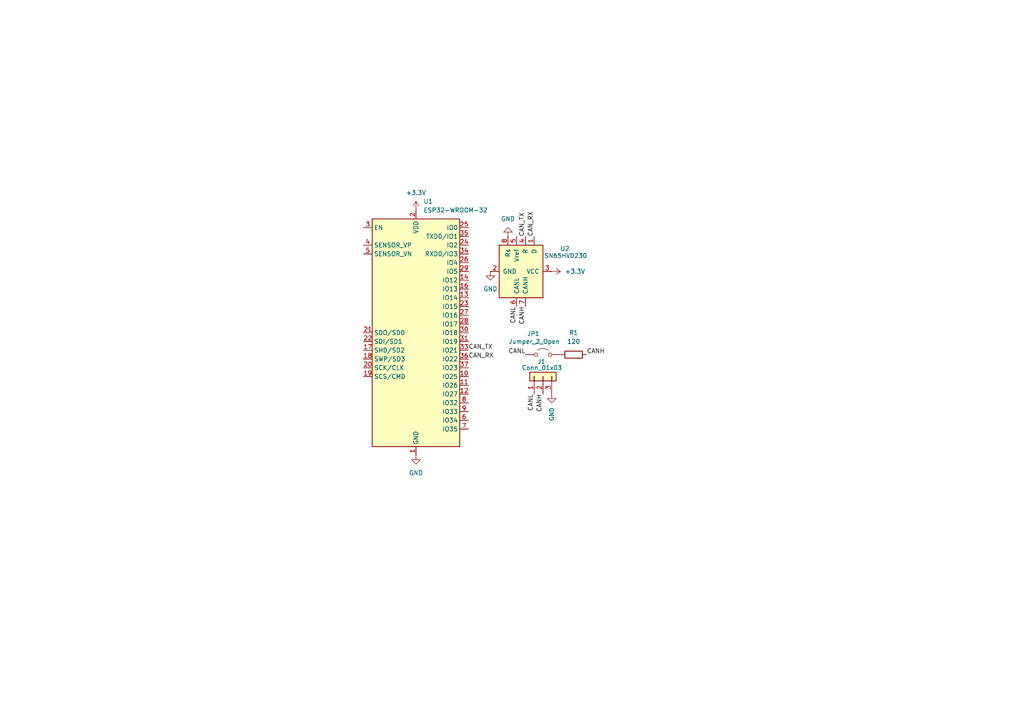
<source format=kicad_sch>
(kicad_sch
	(version 20250114)
	(generator "eeschema")
	(generator_version "9.0")
	(uuid "2184dc9b-07bc-4387-bce8-53af314e0b4f")
	(paper "A4")
	(lib_symbols
		(symbol "Connector_Generic:Conn_01x03"
			(pin_names
				(offset 1.016)
				(hide yes)
			)
			(exclude_from_sim no)
			(in_bom yes)
			(on_board yes)
			(property "Reference" "J"
				(at 0 5.08 0)
				(effects
					(font
						(size 1.27 1.27)
					)
				)
			)
			(property "Value" "Conn_01x03"
				(at 0 -5.08 0)
				(effects
					(font
						(size 1.27 1.27)
					)
				)
			)
			(property "Footprint" ""
				(at 0 0 0)
				(effects
					(font
						(size 1.27 1.27)
					)
					(hide yes)
				)
			)
			(property "Datasheet" "~"
				(at 0 0 0)
				(effects
					(font
						(size 1.27 1.27)
					)
					(hide yes)
				)
			)
			(property "Description" "Generic connector, single row, 01x03, script generated (kicad-library-utils/schlib/autogen/connector/)"
				(at 0 0 0)
				(effects
					(font
						(size 1.27 1.27)
					)
					(hide yes)
				)
			)
			(property "ki_keywords" "connector"
				(at 0 0 0)
				(effects
					(font
						(size 1.27 1.27)
					)
					(hide yes)
				)
			)
			(property "ki_fp_filters" "Connector*:*_1x??_*"
				(at 0 0 0)
				(effects
					(font
						(size 1.27 1.27)
					)
					(hide yes)
				)
			)
			(symbol "Conn_01x03_1_1"
				(rectangle
					(start -1.27 3.81)
					(end 1.27 -3.81)
					(stroke
						(width 0.254)
						(type default)
					)
					(fill
						(type background)
					)
				)
				(rectangle
					(start -1.27 2.667)
					(end 0 2.413)
					(stroke
						(width 0.1524)
						(type default)
					)
					(fill
						(type none)
					)
				)
				(rectangle
					(start -1.27 0.127)
					(end 0 -0.127)
					(stroke
						(width 0.1524)
						(type default)
					)
					(fill
						(type none)
					)
				)
				(rectangle
					(start -1.27 -2.413)
					(end 0 -2.667)
					(stroke
						(width 0.1524)
						(type default)
					)
					(fill
						(type none)
					)
				)
				(pin passive line
					(at -5.08 2.54 0)
					(length 3.81)
					(name "Pin_1"
						(effects
							(font
								(size 1.27 1.27)
							)
						)
					)
					(number "1"
						(effects
							(font
								(size 1.27 1.27)
							)
						)
					)
				)
				(pin passive line
					(at -5.08 0 0)
					(length 3.81)
					(name "Pin_2"
						(effects
							(font
								(size 1.27 1.27)
							)
						)
					)
					(number "2"
						(effects
							(font
								(size 1.27 1.27)
							)
						)
					)
				)
				(pin passive line
					(at -5.08 -2.54 0)
					(length 3.81)
					(name "Pin_3"
						(effects
							(font
								(size 1.27 1.27)
							)
						)
					)
					(number "3"
						(effects
							(font
								(size 1.27 1.27)
							)
						)
					)
				)
			)
			(embedded_fonts no)
		)
		(symbol "Device:R"
			(pin_numbers
				(hide yes)
			)
			(pin_names
				(offset 0)
			)
			(exclude_from_sim no)
			(in_bom yes)
			(on_board yes)
			(property "Reference" "R"
				(at 2.032 0 90)
				(effects
					(font
						(size 1.27 1.27)
					)
				)
			)
			(property "Value" "R"
				(at 0 0 90)
				(effects
					(font
						(size 1.27 1.27)
					)
				)
			)
			(property "Footprint" ""
				(at -1.778 0 90)
				(effects
					(font
						(size 1.27 1.27)
					)
					(hide yes)
				)
			)
			(property "Datasheet" "~"
				(at 0 0 0)
				(effects
					(font
						(size 1.27 1.27)
					)
					(hide yes)
				)
			)
			(property "Description" "Resistor"
				(at 0 0 0)
				(effects
					(font
						(size 1.27 1.27)
					)
					(hide yes)
				)
			)
			(property "ki_keywords" "R res resistor"
				(at 0 0 0)
				(effects
					(font
						(size 1.27 1.27)
					)
					(hide yes)
				)
			)
			(property "ki_fp_filters" "R_*"
				(at 0 0 0)
				(effects
					(font
						(size 1.27 1.27)
					)
					(hide yes)
				)
			)
			(symbol "R_0_1"
				(rectangle
					(start -1.016 -2.54)
					(end 1.016 2.54)
					(stroke
						(width 0.254)
						(type default)
					)
					(fill
						(type none)
					)
				)
			)
			(symbol "R_1_1"
				(pin passive line
					(at 0 3.81 270)
					(length 1.27)
					(name "~"
						(effects
							(font
								(size 1.27 1.27)
							)
						)
					)
					(number "1"
						(effects
							(font
								(size 1.27 1.27)
							)
						)
					)
				)
				(pin passive line
					(at 0 -3.81 90)
					(length 1.27)
					(name "~"
						(effects
							(font
								(size 1.27 1.27)
							)
						)
					)
					(number "2"
						(effects
							(font
								(size 1.27 1.27)
							)
						)
					)
				)
			)
			(embedded_fonts no)
		)
		(symbol "Interface_CAN_LIN:SN65HVD230"
			(pin_names
				(offset 1.016)
			)
			(exclude_from_sim no)
			(in_bom yes)
			(on_board yes)
			(property "Reference" "U"
				(at -2.54 10.16 0)
				(effects
					(font
						(size 1.27 1.27)
					)
					(justify right)
				)
			)
			(property "Value" "SN65HVD230"
				(at -2.54 7.62 0)
				(effects
					(font
						(size 1.27 1.27)
					)
					(justify right)
				)
			)
			(property "Footprint" "Package_SO:SOIC-8_3.9x4.9mm_P1.27mm"
				(at 0 -12.7 0)
				(effects
					(font
						(size 1.27 1.27)
					)
					(hide yes)
				)
			)
			(property "Datasheet" "http://www.ti.com/lit/ds/symlink/sn65hvd230.pdf"
				(at -2.54 10.16 0)
				(effects
					(font
						(size 1.27 1.27)
					)
					(hide yes)
				)
			)
			(property "Description" "CAN Bus Transceivers, 3.3V, 1Mbps, Low-Power capabilities, SOIC-8"
				(at 0 0 0)
				(effects
					(font
						(size 1.27 1.27)
					)
					(hide yes)
				)
			)
			(property "ki_keywords" "can transeiver ti low-power"
				(at 0 0 0)
				(effects
					(font
						(size 1.27 1.27)
					)
					(hide yes)
				)
			)
			(property "ki_fp_filters" "SOIC*3.9x4.9mm*P1.27mm*"
				(at 0 0 0)
				(effects
					(font
						(size 1.27 1.27)
					)
					(hide yes)
				)
			)
			(symbol "SN65HVD230_0_1"
				(rectangle
					(start -7.62 5.08)
					(end 7.62 -7.62)
					(stroke
						(width 0.254)
						(type default)
					)
					(fill
						(type background)
					)
				)
			)
			(symbol "SN65HVD230_1_1"
				(pin input line
					(at -10.16 2.54 0)
					(length 2.54)
					(name "D"
						(effects
							(font
								(size 1.27 1.27)
							)
						)
					)
					(number "1"
						(effects
							(font
								(size 1.27 1.27)
							)
						)
					)
				)
				(pin output line
					(at -10.16 0 0)
					(length 2.54)
					(name "R"
						(effects
							(font
								(size 1.27 1.27)
							)
						)
					)
					(number "4"
						(effects
							(font
								(size 1.27 1.27)
							)
						)
					)
				)
				(pin output line
					(at -10.16 -2.54 0)
					(length 2.54)
					(name "Vref"
						(effects
							(font
								(size 1.27 1.27)
							)
						)
					)
					(number "5"
						(effects
							(font
								(size 1.27 1.27)
							)
						)
					)
				)
				(pin input line
					(at -10.16 -5.08 0)
					(length 2.54)
					(name "Rs"
						(effects
							(font
								(size 1.27 1.27)
							)
						)
					)
					(number "8"
						(effects
							(font
								(size 1.27 1.27)
							)
						)
					)
				)
				(pin power_in line
					(at 0 7.62 270)
					(length 2.54)
					(name "VCC"
						(effects
							(font
								(size 1.27 1.27)
							)
						)
					)
					(number "3"
						(effects
							(font
								(size 1.27 1.27)
							)
						)
					)
				)
				(pin power_in line
					(at 0 -10.16 90)
					(length 2.54)
					(name "GND"
						(effects
							(font
								(size 1.27 1.27)
							)
						)
					)
					(number "2"
						(effects
							(font
								(size 1.27 1.27)
							)
						)
					)
				)
				(pin bidirectional line
					(at 10.16 0 180)
					(length 2.54)
					(name "CANH"
						(effects
							(font
								(size 1.27 1.27)
							)
						)
					)
					(number "7"
						(effects
							(font
								(size 1.27 1.27)
							)
						)
					)
				)
				(pin bidirectional line
					(at 10.16 -2.54 180)
					(length 2.54)
					(name "CANL"
						(effects
							(font
								(size 1.27 1.27)
							)
						)
					)
					(number "6"
						(effects
							(font
								(size 1.27 1.27)
							)
						)
					)
				)
			)
			(embedded_fonts no)
		)
		(symbol "Jumper:Jumper_2_Open"
			(pin_numbers
				(hide yes)
			)
			(pin_names
				(offset 0)
				(hide yes)
			)
			(exclude_from_sim no)
			(in_bom yes)
			(on_board yes)
			(property "Reference" "JP"
				(at 0 2.794 0)
				(effects
					(font
						(size 1.27 1.27)
					)
				)
			)
			(property "Value" "Jumper_2_Open"
				(at 0 -2.286 0)
				(effects
					(font
						(size 1.27 1.27)
					)
				)
			)
			(property "Footprint" ""
				(at 0 0 0)
				(effects
					(font
						(size 1.27 1.27)
					)
					(hide yes)
				)
			)
			(property "Datasheet" "~"
				(at 0 0 0)
				(effects
					(font
						(size 1.27 1.27)
					)
					(hide yes)
				)
			)
			(property "Description" "Jumper, 2-pole, open"
				(at 0 0 0)
				(effects
					(font
						(size 1.27 1.27)
					)
					(hide yes)
				)
			)
			(property "ki_keywords" "Jumper SPST"
				(at 0 0 0)
				(effects
					(font
						(size 1.27 1.27)
					)
					(hide yes)
				)
			)
			(property "ki_fp_filters" "Jumper* TestPoint*2Pads* TestPoint*Bridge*"
				(at 0 0 0)
				(effects
					(font
						(size 1.27 1.27)
					)
					(hide yes)
				)
			)
			(symbol "Jumper_2_Open_0_0"
				(circle
					(center -2.032 0)
					(radius 0.508)
					(stroke
						(width 0)
						(type default)
					)
					(fill
						(type none)
					)
				)
				(circle
					(center 2.032 0)
					(radius 0.508)
					(stroke
						(width 0)
						(type default)
					)
					(fill
						(type none)
					)
				)
			)
			(symbol "Jumper_2_Open_0_1"
				(arc
					(start -1.524 1.27)
					(mid 0 1.778)
					(end 1.524 1.27)
					(stroke
						(width 0)
						(type default)
					)
					(fill
						(type none)
					)
				)
			)
			(symbol "Jumper_2_Open_1_1"
				(pin passive line
					(at -5.08 0 0)
					(length 2.54)
					(name "A"
						(effects
							(font
								(size 1.27 1.27)
							)
						)
					)
					(number "1"
						(effects
							(font
								(size 1.27 1.27)
							)
						)
					)
				)
				(pin passive line
					(at 5.08 0 180)
					(length 2.54)
					(name "B"
						(effects
							(font
								(size 1.27 1.27)
							)
						)
					)
					(number "2"
						(effects
							(font
								(size 1.27 1.27)
							)
						)
					)
				)
			)
			(embedded_fonts no)
		)
		(symbol "RF_Module:ESP32-WROOM-32"
			(exclude_from_sim no)
			(in_bom yes)
			(on_board yes)
			(property "Reference" "U"
				(at -12.7 34.29 0)
				(effects
					(font
						(size 1.27 1.27)
					)
					(justify left)
				)
			)
			(property "Value" "ESP32-WROOM-32"
				(at 1.27 34.29 0)
				(effects
					(font
						(size 1.27 1.27)
					)
					(justify left)
				)
			)
			(property "Footprint" "RF_Module:ESP32-WROOM-32"
				(at 0 -38.1 0)
				(effects
					(font
						(size 1.27 1.27)
					)
					(hide yes)
				)
			)
			(property "Datasheet" "https://www.espressif.com/sites/default/files/documentation/esp32-wroom-32_datasheet_en.pdf"
				(at -7.62 1.27 0)
				(effects
					(font
						(size 1.27 1.27)
					)
					(hide yes)
				)
			)
			(property "Description" "RF Module, ESP32-D0WDQ6 SoC, Wi-Fi 802.11b/g/n, Bluetooth, BLE, 32-bit, 2.7-3.6V, onboard antenna, SMD"
				(at 0 0 0)
				(effects
					(font
						(size 1.27 1.27)
					)
					(hide yes)
				)
			)
			(property "ki_keywords" "RF Radio BT ESP ESP32 Espressif onboard PCB antenna"
				(at 0 0 0)
				(effects
					(font
						(size 1.27 1.27)
					)
					(hide yes)
				)
			)
			(property "ki_fp_filters" "ESP32?WROOM?32*"
				(at 0 0 0)
				(effects
					(font
						(size 1.27 1.27)
					)
					(hide yes)
				)
			)
			(symbol "ESP32-WROOM-32_0_1"
				(rectangle
					(start -12.7 33.02)
					(end 12.7 -33.02)
					(stroke
						(width 0.254)
						(type default)
					)
					(fill
						(type background)
					)
				)
			)
			(symbol "ESP32-WROOM-32_1_1"
				(pin input line
					(at -15.24 30.48 0)
					(length 2.54)
					(name "EN"
						(effects
							(font
								(size 1.27 1.27)
							)
						)
					)
					(number "3"
						(effects
							(font
								(size 1.27 1.27)
							)
						)
					)
				)
				(pin input line
					(at -15.24 25.4 0)
					(length 2.54)
					(name "SENSOR_VP"
						(effects
							(font
								(size 1.27 1.27)
							)
						)
					)
					(number "4"
						(effects
							(font
								(size 1.27 1.27)
							)
						)
					)
				)
				(pin input line
					(at -15.24 22.86 0)
					(length 2.54)
					(name "SENSOR_VN"
						(effects
							(font
								(size 1.27 1.27)
							)
						)
					)
					(number "5"
						(effects
							(font
								(size 1.27 1.27)
							)
						)
					)
				)
				(pin bidirectional line
					(at -15.24 0 0)
					(length 2.54)
					(name "SDO/SD0"
						(effects
							(font
								(size 1.27 1.27)
							)
						)
					)
					(number "21"
						(effects
							(font
								(size 1.27 1.27)
							)
						)
					)
				)
				(pin bidirectional line
					(at -15.24 -2.54 0)
					(length 2.54)
					(name "SDI/SD1"
						(effects
							(font
								(size 1.27 1.27)
							)
						)
					)
					(number "22"
						(effects
							(font
								(size 1.27 1.27)
							)
						)
					)
				)
				(pin bidirectional line
					(at -15.24 -5.08 0)
					(length 2.54)
					(name "SHD/SD2"
						(effects
							(font
								(size 1.27 1.27)
							)
						)
					)
					(number "17"
						(effects
							(font
								(size 1.27 1.27)
							)
						)
					)
				)
				(pin bidirectional line
					(at -15.24 -7.62 0)
					(length 2.54)
					(name "SWP/SD3"
						(effects
							(font
								(size 1.27 1.27)
							)
						)
					)
					(number "18"
						(effects
							(font
								(size 1.27 1.27)
							)
						)
					)
				)
				(pin bidirectional line
					(at -15.24 -10.16 0)
					(length 2.54)
					(name "SCK/CLK"
						(effects
							(font
								(size 1.27 1.27)
							)
						)
					)
					(number "20"
						(effects
							(font
								(size 1.27 1.27)
							)
						)
					)
				)
				(pin bidirectional line
					(at -15.24 -12.7 0)
					(length 2.54)
					(name "SCS/CMD"
						(effects
							(font
								(size 1.27 1.27)
							)
						)
					)
					(number "19"
						(effects
							(font
								(size 1.27 1.27)
							)
						)
					)
				)
				(pin no_connect line
					(at -12.7 -27.94 0)
					(length 2.54)
					(hide yes)
					(name "NC"
						(effects
							(font
								(size 1.27 1.27)
							)
						)
					)
					(number "32"
						(effects
							(font
								(size 1.27 1.27)
							)
						)
					)
				)
				(pin power_in line
					(at 0 35.56 270)
					(length 2.54)
					(name "VDD"
						(effects
							(font
								(size 1.27 1.27)
							)
						)
					)
					(number "2"
						(effects
							(font
								(size 1.27 1.27)
							)
						)
					)
				)
				(pin power_in line
					(at 0 -35.56 90)
					(length 2.54)
					(name "GND"
						(effects
							(font
								(size 1.27 1.27)
							)
						)
					)
					(number "1"
						(effects
							(font
								(size 1.27 1.27)
							)
						)
					)
				)
				(pin passive line
					(at 0 -35.56 90)
					(length 2.54)
					(hide yes)
					(name "GND"
						(effects
							(font
								(size 1.27 1.27)
							)
						)
					)
					(number "15"
						(effects
							(font
								(size 1.27 1.27)
							)
						)
					)
				)
				(pin passive line
					(at 0 -35.56 90)
					(length 2.54)
					(hide yes)
					(name "GND"
						(effects
							(font
								(size 1.27 1.27)
							)
						)
					)
					(number "38"
						(effects
							(font
								(size 1.27 1.27)
							)
						)
					)
				)
				(pin passive line
					(at 0 -35.56 90)
					(length 2.54)
					(hide yes)
					(name "GND"
						(effects
							(font
								(size 1.27 1.27)
							)
						)
					)
					(number "39"
						(effects
							(font
								(size 1.27 1.27)
							)
						)
					)
				)
				(pin bidirectional line
					(at 15.24 30.48 180)
					(length 2.54)
					(name "IO0"
						(effects
							(font
								(size 1.27 1.27)
							)
						)
					)
					(number "25"
						(effects
							(font
								(size 1.27 1.27)
							)
						)
					)
				)
				(pin bidirectional line
					(at 15.24 27.94 180)
					(length 2.54)
					(name "TXD0/IO1"
						(effects
							(font
								(size 1.27 1.27)
							)
						)
					)
					(number "35"
						(effects
							(font
								(size 1.27 1.27)
							)
						)
					)
				)
				(pin bidirectional line
					(at 15.24 25.4 180)
					(length 2.54)
					(name "IO2"
						(effects
							(font
								(size 1.27 1.27)
							)
						)
					)
					(number "24"
						(effects
							(font
								(size 1.27 1.27)
							)
						)
					)
				)
				(pin bidirectional line
					(at 15.24 22.86 180)
					(length 2.54)
					(name "RXD0/IO3"
						(effects
							(font
								(size 1.27 1.27)
							)
						)
					)
					(number "34"
						(effects
							(font
								(size 1.27 1.27)
							)
						)
					)
				)
				(pin bidirectional line
					(at 15.24 20.32 180)
					(length 2.54)
					(name "IO4"
						(effects
							(font
								(size 1.27 1.27)
							)
						)
					)
					(number "26"
						(effects
							(font
								(size 1.27 1.27)
							)
						)
					)
				)
				(pin bidirectional line
					(at 15.24 17.78 180)
					(length 2.54)
					(name "IO5"
						(effects
							(font
								(size 1.27 1.27)
							)
						)
					)
					(number "29"
						(effects
							(font
								(size 1.27 1.27)
							)
						)
					)
				)
				(pin bidirectional line
					(at 15.24 15.24 180)
					(length 2.54)
					(name "IO12"
						(effects
							(font
								(size 1.27 1.27)
							)
						)
					)
					(number "14"
						(effects
							(font
								(size 1.27 1.27)
							)
						)
					)
				)
				(pin bidirectional line
					(at 15.24 12.7 180)
					(length 2.54)
					(name "IO13"
						(effects
							(font
								(size 1.27 1.27)
							)
						)
					)
					(number "16"
						(effects
							(font
								(size 1.27 1.27)
							)
						)
					)
				)
				(pin bidirectional line
					(at 15.24 10.16 180)
					(length 2.54)
					(name "IO14"
						(effects
							(font
								(size 1.27 1.27)
							)
						)
					)
					(number "13"
						(effects
							(font
								(size 1.27 1.27)
							)
						)
					)
				)
				(pin bidirectional line
					(at 15.24 7.62 180)
					(length 2.54)
					(name "IO15"
						(effects
							(font
								(size 1.27 1.27)
							)
						)
					)
					(number "23"
						(effects
							(font
								(size 1.27 1.27)
							)
						)
					)
				)
				(pin bidirectional line
					(at 15.24 5.08 180)
					(length 2.54)
					(name "IO16"
						(effects
							(font
								(size 1.27 1.27)
							)
						)
					)
					(number "27"
						(effects
							(font
								(size 1.27 1.27)
							)
						)
					)
				)
				(pin bidirectional line
					(at 15.24 2.54 180)
					(length 2.54)
					(name "IO17"
						(effects
							(font
								(size 1.27 1.27)
							)
						)
					)
					(number "28"
						(effects
							(font
								(size 1.27 1.27)
							)
						)
					)
				)
				(pin bidirectional line
					(at 15.24 0 180)
					(length 2.54)
					(name "IO18"
						(effects
							(font
								(size 1.27 1.27)
							)
						)
					)
					(number "30"
						(effects
							(font
								(size 1.27 1.27)
							)
						)
					)
				)
				(pin bidirectional line
					(at 15.24 -2.54 180)
					(length 2.54)
					(name "IO19"
						(effects
							(font
								(size 1.27 1.27)
							)
						)
					)
					(number "31"
						(effects
							(font
								(size 1.27 1.27)
							)
						)
					)
				)
				(pin bidirectional line
					(at 15.24 -5.08 180)
					(length 2.54)
					(name "IO21"
						(effects
							(font
								(size 1.27 1.27)
							)
						)
					)
					(number "33"
						(effects
							(font
								(size 1.27 1.27)
							)
						)
					)
				)
				(pin bidirectional line
					(at 15.24 -7.62 180)
					(length 2.54)
					(name "IO22"
						(effects
							(font
								(size 1.27 1.27)
							)
						)
					)
					(number "36"
						(effects
							(font
								(size 1.27 1.27)
							)
						)
					)
				)
				(pin bidirectional line
					(at 15.24 -10.16 180)
					(length 2.54)
					(name "IO23"
						(effects
							(font
								(size 1.27 1.27)
							)
						)
					)
					(number "37"
						(effects
							(font
								(size 1.27 1.27)
							)
						)
					)
				)
				(pin bidirectional line
					(at 15.24 -12.7 180)
					(length 2.54)
					(name "IO25"
						(effects
							(font
								(size 1.27 1.27)
							)
						)
					)
					(number "10"
						(effects
							(font
								(size 1.27 1.27)
							)
						)
					)
				)
				(pin bidirectional line
					(at 15.24 -15.24 180)
					(length 2.54)
					(name "IO26"
						(effects
							(font
								(size 1.27 1.27)
							)
						)
					)
					(number "11"
						(effects
							(font
								(size 1.27 1.27)
							)
						)
					)
				)
				(pin bidirectional line
					(at 15.24 -17.78 180)
					(length 2.54)
					(name "IO27"
						(effects
							(font
								(size 1.27 1.27)
							)
						)
					)
					(number "12"
						(effects
							(font
								(size 1.27 1.27)
							)
						)
					)
				)
				(pin bidirectional line
					(at 15.24 -20.32 180)
					(length 2.54)
					(name "IO32"
						(effects
							(font
								(size 1.27 1.27)
							)
						)
					)
					(number "8"
						(effects
							(font
								(size 1.27 1.27)
							)
						)
					)
				)
				(pin bidirectional line
					(at 15.24 -22.86 180)
					(length 2.54)
					(name "IO33"
						(effects
							(font
								(size 1.27 1.27)
							)
						)
					)
					(number "9"
						(effects
							(font
								(size 1.27 1.27)
							)
						)
					)
				)
				(pin input line
					(at 15.24 -25.4 180)
					(length 2.54)
					(name "IO34"
						(effects
							(font
								(size 1.27 1.27)
							)
						)
					)
					(number "6"
						(effects
							(font
								(size 1.27 1.27)
							)
						)
					)
				)
				(pin input line
					(at 15.24 -27.94 180)
					(length 2.54)
					(name "IO35"
						(effects
							(font
								(size 1.27 1.27)
							)
						)
					)
					(number "7"
						(effects
							(font
								(size 1.27 1.27)
							)
						)
					)
				)
			)
			(embedded_fonts no)
		)
		(symbol "power:+3.3V"
			(power)
			(pin_numbers
				(hide yes)
			)
			(pin_names
				(offset 0)
				(hide yes)
			)
			(exclude_from_sim no)
			(in_bom yes)
			(on_board yes)
			(property "Reference" "#PWR"
				(at 0 -3.81 0)
				(effects
					(font
						(size 1.27 1.27)
					)
					(hide yes)
				)
			)
			(property "Value" "+3.3V"
				(at 0 3.556 0)
				(effects
					(font
						(size 1.27 1.27)
					)
				)
			)
			(property "Footprint" ""
				(at 0 0 0)
				(effects
					(font
						(size 1.27 1.27)
					)
					(hide yes)
				)
			)
			(property "Datasheet" ""
				(at 0 0 0)
				(effects
					(font
						(size 1.27 1.27)
					)
					(hide yes)
				)
			)
			(property "Description" "Power symbol creates a global label with name \"+3.3V\""
				(at 0 0 0)
				(effects
					(font
						(size 1.27 1.27)
					)
					(hide yes)
				)
			)
			(property "ki_keywords" "global power"
				(at 0 0 0)
				(effects
					(font
						(size 1.27 1.27)
					)
					(hide yes)
				)
			)
			(symbol "+3.3V_0_1"
				(polyline
					(pts
						(xy -0.762 1.27) (xy 0 2.54)
					)
					(stroke
						(width 0)
						(type default)
					)
					(fill
						(type none)
					)
				)
				(polyline
					(pts
						(xy 0 2.54) (xy 0.762 1.27)
					)
					(stroke
						(width 0)
						(type default)
					)
					(fill
						(type none)
					)
				)
				(polyline
					(pts
						(xy 0 0) (xy 0 2.54)
					)
					(stroke
						(width 0)
						(type default)
					)
					(fill
						(type none)
					)
				)
			)
			(symbol "+3.3V_1_1"
				(pin power_in line
					(at 0 0 90)
					(length 0)
					(name "~"
						(effects
							(font
								(size 1.27 1.27)
							)
						)
					)
					(number "1"
						(effects
							(font
								(size 1.27 1.27)
							)
						)
					)
				)
			)
			(embedded_fonts no)
		)
		(symbol "power:GND"
			(power)
			(pin_numbers
				(hide yes)
			)
			(pin_names
				(offset 0)
				(hide yes)
			)
			(exclude_from_sim no)
			(in_bom yes)
			(on_board yes)
			(property "Reference" "#PWR"
				(at 0 -6.35 0)
				(effects
					(font
						(size 1.27 1.27)
					)
					(hide yes)
				)
			)
			(property "Value" "GND"
				(at 0 -3.81 0)
				(effects
					(font
						(size 1.27 1.27)
					)
				)
			)
			(property "Footprint" ""
				(at 0 0 0)
				(effects
					(font
						(size 1.27 1.27)
					)
					(hide yes)
				)
			)
			(property "Datasheet" ""
				(at 0 0 0)
				(effects
					(font
						(size 1.27 1.27)
					)
					(hide yes)
				)
			)
			(property "Description" "Power symbol creates a global label with name \"GND\" , ground"
				(at 0 0 0)
				(effects
					(font
						(size 1.27 1.27)
					)
					(hide yes)
				)
			)
			(property "ki_keywords" "global power"
				(at 0 0 0)
				(effects
					(font
						(size 1.27 1.27)
					)
					(hide yes)
				)
			)
			(symbol "GND_0_1"
				(polyline
					(pts
						(xy 0 0) (xy 0 -1.27) (xy 1.27 -1.27) (xy 0 -2.54) (xy -1.27 -1.27) (xy 0 -1.27)
					)
					(stroke
						(width 0)
						(type default)
					)
					(fill
						(type none)
					)
				)
			)
			(symbol "GND_1_1"
				(pin power_in line
					(at 0 0 270)
					(length 0)
					(name "~"
						(effects
							(font
								(size 1.27 1.27)
							)
						)
					)
					(number "1"
						(effects
							(font
								(size 1.27 1.27)
							)
						)
					)
				)
			)
			(embedded_fonts no)
		)
	)
	(label "CAN_TX"
		(at 152.4 68.58 90)
		(effects
			(font
				(size 1.27 1.27)
			)
			(justify left bottom)
		)
		(uuid "078d7215-4ae8-4c37-ad9a-c5997aebf287")
	)
	(label "CANH"
		(at 170.18 102.87 0)
		(effects
			(font
				(size 1.27 1.27)
			)
			(justify left bottom)
		)
		(uuid "58465adf-336e-47b1-8f19-e3e558bfa2ab")
	)
	(label "CANL"
		(at 149.86 88.9 270)
		(effects
			(font
				(size 1.27 1.27)
			)
			(justify right bottom)
		)
		(uuid "79107757-e21e-489e-a39e-69efb9298b48")
	)
	(label "CANL"
		(at 152.4 102.87 180)
		(effects
			(font
				(size 1.27 1.27)
			)
			(justify right bottom)
		)
		(uuid "80330fec-8fe8-4342-9055-3245b3243ee1")
	)
	(label "CAN_RX"
		(at 135.89 104.14 0)
		(effects
			(font
				(size 1.27 1.27)
			)
			(justify left bottom)
		)
		(uuid "c4999bac-2800-4cf9-9812-4579c184c63f")
	)
	(label "CANH"
		(at 152.4 88.9 270)
		(effects
			(font
				(size 1.27 1.27)
			)
			(justify right bottom)
		)
		(uuid "d6b73b9e-5d49-42f8-83f8-4776b9f4b7e6")
	)
	(label "CAN_TX"
		(at 135.89 101.6 0)
		(effects
			(font
				(size 1.27 1.27)
			)
			(justify left bottom)
		)
		(uuid "e35bcdf6-4e77-4d97-989b-6587af1169ad")
	)
	(label "CAN_RX"
		(at 154.94 68.58 90)
		(effects
			(font
				(size 1.27 1.27)
			)
			(justify left bottom)
		)
		(uuid "ee282011-213d-4866-a105-c60336dfbb2e")
	)
	(label "CANL"
		(at 154.94 114.3 270)
		(effects
			(font
				(size 1.27 1.27)
			)
			(justify right bottom)
		)
		(uuid "f1b8b781-17f1-4670-94c8-0f76f2977bd1")
	)
	(label "CANH"
		(at 157.48 114.3 270)
		(effects
			(font
				(size 1.27 1.27)
			)
			(justify right bottom)
		)
		(uuid "f82be26e-5ad2-440a-88db-d0b62c6b68e5")
	)
	(symbol
		(lib_id "power:+3.3V")
		(at 120.65 60.96 0)
		(unit 1)
		(exclude_from_sim no)
		(in_bom yes)
		(on_board yes)
		(dnp no)
		(fields_autoplaced yes)
		(uuid "2aca6094-65d7-4302-932f-7a4fa1577e54")
		(property "Reference" "#PWR02"
			(at 120.65 64.77 0)
			(effects
				(font
					(size 1.27 1.27)
				)
				(hide yes)
			)
		)
		(property "Value" "+3.3V"
			(at 120.65 55.88 0)
			(effects
				(font
					(size 1.27 1.27)
				)
			)
		)
		(property "Footprint" ""
			(at 120.65 60.96 0)
			(effects
				(font
					(size 1.27 1.27)
				)
				(hide yes)
			)
		)
		(property "Datasheet" ""
			(at 120.65 60.96 0)
			(effects
				(font
					(size 1.27 1.27)
				)
				(hide yes)
			)
		)
		(property "Description" "Power symbol creates a global label with name \"+3.3V\""
			(at 120.65 60.96 0)
			(effects
				(font
					(size 1.27 1.27)
				)
				(hide yes)
			)
		)
		(pin "1"
			(uuid "d82a5a07-9e93-40b7-b57b-722620619a43")
		)
		(instances
			(project ""
				(path "/2184dc9b-07bc-4387-bce8-53af314e0b4f"
					(reference "#PWR02")
					(unit 1)
				)
			)
		)
	)
	(symbol
		(lib_id "Connector_Generic:Conn_01x03")
		(at 157.48 109.22 90)
		(unit 1)
		(exclude_from_sim no)
		(in_bom yes)
		(on_board yes)
		(dnp no)
		(uuid "32c57ccd-4395-4f36-8034-b36296580e6f")
		(property "Reference" "J1"
			(at 158.242 104.902 90)
			(effects
				(font
					(size 1.27 1.27)
				)
				(justify left)
			)
		)
		(property "Value" "Conn_01x03"
			(at 163.068 106.68 90)
			(effects
				(font
					(size 1.27 1.27)
				)
				(justify left)
			)
		)
		(property "Footprint" "Connector_PinSocket_2.54mm:PinSocket_1x03_P2.54mm_Vertical"
			(at 157.48 109.22 0)
			(effects
				(font
					(size 1.27 1.27)
				)
				(hide yes)
			)
		)
		(property "Datasheet" "~"
			(at 157.48 109.22 0)
			(effects
				(font
					(size 1.27 1.27)
				)
				(hide yes)
			)
		)
		(property "Description" "Generic connector, single row, 01x03, script generated (kicad-library-utils/schlib/autogen/connector/)"
			(at 157.48 109.22 0)
			(effects
				(font
					(size 1.27 1.27)
				)
				(hide yes)
			)
		)
		(pin "1"
			(uuid "549b7fee-0fb9-4ef9-98ef-6981871899cb")
		)
		(pin "3"
			(uuid "0facb687-ed0f-4dcb-a220-784c6b4d2ae6")
		)
		(pin "2"
			(uuid "f272e9f2-a93c-4fae-bb57-1e26dab78de9")
		)
		(instances
			(project ""
				(path "/2184dc9b-07bc-4387-bce8-53af314e0b4f"
					(reference "J1")
					(unit 1)
				)
			)
		)
	)
	(symbol
		(lib_id "power:+3.3V")
		(at 160.02 78.74 270)
		(unit 1)
		(exclude_from_sim no)
		(in_bom yes)
		(on_board yes)
		(dnp no)
		(fields_autoplaced yes)
		(uuid "4421bf93-b184-4617-9de1-3154324f0d4e")
		(property "Reference" "#PWR01"
			(at 156.21 78.74 0)
			(effects
				(font
					(size 1.27 1.27)
				)
				(hide yes)
			)
		)
		(property "Value" "+3.3V"
			(at 163.83 78.7399 90)
			(effects
				(font
					(size 1.27 1.27)
				)
				(justify left)
			)
		)
		(property "Footprint" ""
			(at 160.02 78.74 0)
			(effects
				(font
					(size 1.27 1.27)
				)
				(hide yes)
			)
		)
		(property "Datasheet" ""
			(at 160.02 78.74 0)
			(effects
				(font
					(size 1.27 1.27)
				)
				(hide yes)
			)
		)
		(property "Description" "Power symbol creates a global label with name \"+3.3V\""
			(at 160.02 78.74 0)
			(effects
				(font
					(size 1.27 1.27)
				)
				(hide yes)
			)
		)
		(pin "1"
			(uuid "a93f014d-29d0-4336-89c2-6fe653e0fdf1")
		)
		(instances
			(project ""
				(path "/2184dc9b-07bc-4387-bce8-53af314e0b4f"
					(reference "#PWR01")
					(unit 1)
				)
			)
		)
	)
	(symbol
		(lib_id "power:GND")
		(at 120.65 132.08 0)
		(unit 1)
		(exclude_from_sim no)
		(in_bom yes)
		(on_board yes)
		(dnp no)
		(fields_autoplaced yes)
		(uuid "500ff4e0-f692-46fb-a48c-b09ec1be99e3")
		(property "Reference" "#PWR03"
			(at 120.65 138.43 0)
			(effects
				(font
					(size 1.27 1.27)
				)
				(hide yes)
			)
		)
		(property "Value" "GND"
			(at 120.65 137.16 0)
			(effects
				(font
					(size 1.27 1.27)
				)
			)
		)
		(property "Footprint" ""
			(at 120.65 132.08 0)
			(effects
				(font
					(size 1.27 1.27)
				)
				(hide yes)
			)
		)
		(property "Datasheet" ""
			(at 120.65 132.08 0)
			(effects
				(font
					(size 1.27 1.27)
				)
				(hide yes)
			)
		)
		(property "Description" "Power symbol creates a global label with name \"GND\" , ground"
			(at 120.65 132.08 0)
			(effects
				(font
					(size 1.27 1.27)
				)
				(hide yes)
			)
		)
		(pin "1"
			(uuid "80510b0d-945b-45c9-abe0-efbf3630b826")
		)
		(instances
			(project ""
				(path "/2184dc9b-07bc-4387-bce8-53af314e0b4f"
					(reference "#PWR03")
					(unit 1)
				)
			)
		)
	)
	(symbol
		(lib_id "power:GND")
		(at 147.32 68.58 180)
		(unit 1)
		(exclude_from_sim no)
		(in_bom yes)
		(on_board yes)
		(dnp no)
		(fields_autoplaced yes)
		(uuid "6e7b46f4-f560-48e9-b686-6d71645ed908")
		(property "Reference" "#PWR04"
			(at 147.32 62.23 0)
			(effects
				(font
					(size 1.27 1.27)
				)
				(hide yes)
			)
		)
		(property "Value" "GND"
			(at 147.32 63.5 0)
			(effects
				(font
					(size 1.27 1.27)
				)
			)
		)
		(property "Footprint" ""
			(at 147.32 68.58 0)
			(effects
				(font
					(size 1.27 1.27)
				)
				(hide yes)
			)
		)
		(property "Datasheet" ""
			(at 147.32 68.58 0)
			(effects
				(font
					(size 1.27 1.27)
				)
				(hide yes)
			)
		)
		(property "Description" "Power symbol creates a global label with name \"GND\" , ground"
			(at 147.32 68.58 0)
			(effects
				(font
					(size 1.27 1.27)
				)
				(hide yes)
			)
		)
		(pin "1"
			(uuid "49a23981-cc0b-4def-ba0b-11fe53332381")
		)
		(instances
			(project "CAN_project"
				(path "/2184dc9b-07bc-4387-bce8-53af314e0b4f"
					(reference "#PWR04")
					(unit 1)
				)
			)
		)
	)
	(symbol
		(lib_id "Device:R")
		(at 166.37 102.87 270)
		(unit 1)
		(exclude_from_sim no)
		(in_bom yes)
		(on_board yes)
		(dnp no)
		(fields_autoplaced yes)
		(uuid "7a4c2ce8-cd6e-4565-a7b4-013dd48e1ffe")
		(property "Reference" "R1"
			(at 166.37 96.52 90)
			(effects
				(font
					(size 1.27 1.27)
				)
			)
		)
		(property "Value" "120"
			(at 166.37 99.06 90)
			(effects
				(font
					(size 1.27 1.27)
				)
			)
		)
		(property "Footprint" "Resistor_SMD:R_0201_0603Metric"
			(at 166.37 101.092 90)
			(effects
				(font
					(size 1.27 1.27)
				)
				(hide yes)
			)
		)
		(property "Datasheet" "~"
			(at 166.37 102.87 0)
			(effects
				(font
					(size 1.27 1.27)
				)
				(hide yes)
			)
		)
		(property "Description" "Resistor"
			(at 166.37 102.87 0)
			(effects
				(font
					(size 1.27 1.27)
				)
				(hide yes)
			)
		)
		(pin "1"
			(uuid "bc943344-dc4d-43a3-8769-ab1072b3e473")
		)
		(pin "2"
			(uuid "8e6367d7-eea7-4c5e-8950-538cfb9f9c84")
		)
		(instances
			(project ""
				(path "/2184dc9b-07bc-4387-bce8-53af314e0b4f"
					(reference "R1")
					(unit 1)
				)
			)
		)
	)
	(symbol
		(lib_id "RF_Module:ESP32-WROOM-32")
		(at 120.65 96.52 0)
		(unit 1)
		(exclude_from_sim no)
		(in_bom yes)
		(on_board yes)
		(dnp no)
		(fields_autoplaced yes)
		(uuid "7bda64bb-1bb3-4f52-a3ee-348a8ae66ca0")
		(property "Reference" "U1"
			(at 122.7933 58.42 0)
			(effects
				(font
					(size 1.27 1.27)
				)
				(justify left)
			)
		)
		(property "Value" "ESP32-WROOM-32"
			(at 122.7933 60.96 0)
			(effects
				(font
					(size 1.27 1.27)
				)
				(justify left)
			)
		)
		(property "Footprint" "RF_Module:ESP32-WROOM-32"
			(at 120.65 134.62 0)
			(effects
				(font
					(size 1.27 1.27)
				)
				(hide yes)
			)
		)
		(property "Datasheet" "https://www.espressif.com/sites/default/files/documentation/esp32-wroom-32_datasheet_en.pdf"
			(at 113.03 95.25 0)
			(effects
				(font
					(size 1.27 1.27)
				)
				(hide yes)
			)
		)
		(property "Description" "RF Module, ESP32-D0WDQ6 SoC, Wi-Fi 802.11b/g/n, Bluetooth, BLE, 32-bit, 2.7-3.6V, onboard antenna, SMD"
			(at 120.65 96.52 0)
			(effects
				(font
					(size 1.27 1.27)
				)
				(hide yes)
			)
		)
		(pin "16"
			(uuid "e10fe3f9-4982-4881-8c8b-4586008f6e58")
		)
		(pin "11"
			(uuid "a118771f-b5e4-4c0b-aac6-0c2d015ed4ad")
		)
		(pin "1"
			(uuid "db5e81ec-4cd6-42a3-bef5-a1675326319a")
		)
		(pin "24"
			(uuid "ef5b6c8b-73c4-4557-b0e3-f1c8c19e2c69")
		)
		(pin "12"
			(uuid "7e0fa425-a5e0-44a7-bdee-db0500c9a9f9")
		)
		(pin "9"
			(uuid "3b8066da-6606-4620-a257-85a9a5ad413c")
		)
		(pin "4"
			(uuid "a52b2bea-02cd-4149-8594-48199827ed09")
		)
		(pin "30"
			(uuid "1d4f1db3-3eea-4c95-ad5d-b5d16e3fc3b7")
		)
		(pin "17"
			(uuid "36d44051-f5a5-49d9-a35b-1ae974d9e744")
		)
		(pin "35"
			(uuid "559a016d-915d-4ab9-be75-e3e7e9750b99")
		)
		(pin "25"
			(uuid "8f0d64d1-0e6d-41d9-9151-287ab1cf2b4e")
		)
		(pin "19"
			(uuid "4e38745b-6845-4f6b-84e8-cf4b2510d768")
		)
		(pin "5"
			(uuid "ca15b204-f8c0-4aee-a673-4ff11bd343ba")
		)
		(pin "18"
			(uuid "7703e9c4-dbdd-4bdf-baea-857c12e68fc0")
		)
		(pin "21"
			(uuid "c6100afb-0e53-4579-aa0a-32352a38e273")
		)
		(pin "20"
			(uuid "7620f124-dbb4-4d97-ba12-1885d89dd5e9")
		)
		(pin "15"
			(uuid "1a53e93b-cd69-46da-a599-3970baf2ca0e")
		)
		(pin "39"
			(uuid "d21ee237-9eb8-4998-b905-41e74f2e391b")
		)
		(pin "29"
			(uuid "6be2fdf1-3a2e-4819-8a49-3f66ac079d49")
		)
		(pin "23"
			(uuid "68d253bb-82f6-4028-927f-157f6c1ee77c")
		)
		(pin "31"
			(uuid "d49a43cc-ffd2-4615-981a-da38cf6bedfc")
		)
		(pin "10"
			(uuid "09fa3141-44f6-46a6-bb73-c78ed3fcd9b1")
		)
		(pin "3"
			(uuid "1d9fb26d-e418-475e-89e1-16e3e212186d")
		)
		(pin "32"
			(uuid "2f292e81-3bde-4fa9-bda3-a6e9f026f08c")
		)
		(pin "13"
			(uuid "84f66b74-d2d1-4d0b-9ee2-8cd4aa01f9b5")
		)
		(pin "2"
			(uuid "cb64680a-8919-465c-ac38-759110bb9fd9")
		)
		(pin "26"
			(uuid "82a1d288-6f66-4735-8f91-fb0ed6c280a3")
		)
		(pin "22"
			(uuid "84db1eb3-88a0-431e-8dd8-2c7860a94059")
		)
		(pin "38"
			(uuid "d1d19adc-7daa-4915-92c5-0ba20c5f7a00")
		)
		(pin "14"
			(uuid "217c8697-cc07-4338-b010-db6b911e761f")
		)
		(pin "27"
			(uuid "15dec9f1-8ca5-4704-a18a-c5e302ccd86b")
		)
		(pin "28"
			(uuid "8fc303ad-1b76-4090-ac7c-301b88d837e8")
		)
		(pin "36"
			(uuid "f9b37adb-a7b7-4bab-a300-5f8cff2b389f")
		)
		(pin "33"
			(uuid "36cabef1-ab87-442b-b4ee-f987bba544c2")
		)
		(pin "34"
			(uuid "b4164dac-e1c1-4eff-b69a-52ce40ae4c8b")
		)
		(pin "37"
			(uuid "c71b2747-89a1-4b88-b74f-360672c8f298")
		)
		(pin "8"
			(uuid "23d315be-35ca-474c-bf3b-5a95102b1077")
		)
		(pin "6"
			(uuid "5b612461-487a-4528-9b2f-6c936eab2e96")
		)
		(pin "7"
			(uuid "93ee5cfe-469f-46b1-ac57-c8139e7339d2")
		)
		(instances
			(project ""
				(path "/2184dc9b-07bc-4387-bce8-53af314e0b4f"
					(reference "U1")
					(unit 1)
				)
			)
		)
	)
	(symbol
		(lib_id "Interface_CAN_LIN:SN65HVD230")
		(at 152.4 78.74 270)
		(unit 1)
		(exclude_from_sim no)
		(in_bom yes)
		(on_board yes)
		(dnp no)
		(uuid "be6c0dd1-85c5-49d2-ac40-1ed7f35a392b")
		(property "Reference" "U2"
			(at 163.83 72.136 90)
			(effects
				(font
					(size 1.27 1.27)
				)
			)
		)
		(property "Value" "SN65HVD230"
			(at 164.084 74.168 90)
			(effects
				(font
					(size 1.27 1.27)
				)
			)
		)
		(property "Footprint" "Package_SO:SOIC-8_3.9x4.9mm_P1.27mm"
			(at 139.7 78.74 0)
			(effects
				(font
					(size 1.27 1.27)
				)
				(hide yes)
			)
		)
		(property "Datasheet" "http://www.ti.com/lit/ds/symlink/sn65hvd230.pdf"
			(at 162.56 76.2 0)
			(effects
				(font
					(size 1.27 1.27)
				)
				(hide yes)
			)
		)
		(property "Description" "CAN Bus Transceivers, 3.3V, 1Mbps, Low-Power capabilities, SOIC-8"
			(at 152.4 78.74 0)
			(effects
				(font
					(size 1.27 1.27)
				)
				(hide yes)
			)
		)
		(pin "8"
			(uuid "5a5778ae-3ce3-434e-80dc-53d0946ad72a")
		)
		(pin "5"
			(uuid "5b6a91f6-d40a-42b3-819c-9bc9d9bdbf83")
		)
		(pin "3"
			(uuid "d06932c3-0384-4f6a-8dcc-f168930984bc")
		)
		(pin "2"
			(uuid "ee51347c-5375-4ba0-b422-96905c8fa4da")
		)
		(pin "7"
			(uuid "b5a9d0a8-6dd6-449d-8017-7f9fa70fbe59")
		)
		(pin "6"
			(uuid "fac271e7-9164-4e4d-a3a3-e4dcb2d00af3")
		)
		(pin "1"
			(uuid "096e2ccc-b6ba-49f1-8098-2e020cbbf4a2")
		)
		(pin "4"
			(uuid "0f3da47b-ddab-40ff-a696-14c9911e4759")
		)
		(instances
			(project ""
				(path "/2184dc9b-07bc-4387-bce8-53af314e0b4f"
					(reference "U2")
					(unit 1)
				)
			)
		)
	)
	(symbol
		(lib_id "Jumper:Jumper_2_Open")
		(at 157.48 102.87 0)
		(unit 1)
		(exclude_from_sim no)
		(in_bom yes)
		(on_board yes)
		(dnp no)
		(uuid "cfeae6a5-50c3-4973-a286-4c10d7b899f7")
		(property "Reference" "JP1"
			(at 154.686 96.774 0)
			(effects
				(font
					(size 1.27 1.27)
				)
			)
		)
		(property "Value" "Jumper_2_Open"
			(at 154.94 99.06 0)
			(effects
				(font
					(size 1.27 1.27)
				)
			)
		)
		(property "Footprint" "Connector_PinSocket_2.54mm:PinSocket_1x02_P2.54mm_Vertical"
			(at 157.48 102.87 0)
			(effects
				(font
					(size 1.27 1.27)
				)
				(hide yes)
			)
		)
		(property "Datasheet" "~"
			(at 157.48 102.87 0)
			(effects
				(font
					(size 1.27 1.27)
				)
				(hide yes)
			)
		)
		(property "Description" "Jumper, 2-pole, open"
			(at 157.48 102.87 0)
			(effects
				(font
					(size 1.27 1.27)
				)
				(hide yes)
			)
		)
		(pin "2"
			(uuid "ea20240a-4055-455b-9687-a0c17bcaa0e1")
		)
		(pin "1"
			(uuid "5e07814e-2284-479e-b137-052602f73f4a")
		)
		(instances
			(project ""
				(path "/2184dc9b-07bc-4387-bce8-53af314e0b4f"
					(reference "JP1")
					(unit 1)
				)
			)
		)
	)
	(symbol
		(lib_id "power:GND")
		(at 160.02 114.3 0)
		(unit 1)
		(exclude_from_sim no)
		(in_bom yes)
		(on_board yes)
		(dnp no)
		(fields_autoplaced yes)
		(uuid "e1d38172-38cb-4625-b1ef-320551fc8047")
		(property "Reference" "#PWR06"
			(at 160.02 120.65 0)
			(effects
				(font
					(size 1.27 1.27)
				)
				(hide yes)
			)
		)
		(property "Value" "GND"
			(at 160.0199 118.11 90)
			(effects
				(font
					(size 1.27 1.27)
				)
				(justify right)
			)
		)
		(property "Footprint" ""
			(at 160.02 114.3 0)
			(effects
				(font
					(size 1.27 1.27)
				)
				(hide yes)
			)
		)
		(property "Datasheet" ""
			(at 160.02 114.3 0)
			(effects
				(font
					(size 1.27 1.27)
				)
				(hide yes)
			)
		)
		(property "Description" "Power symbol creates a global label with name \"GND\" , ground"
			(at 160.02 114.3 0)
			(effects
				(font
					(size 1.27 1.27)
				)
				(hide yes)
			)
		)
		(pin "1"
			(uuid "f5e0b8a8-4380-47b3-939c-a643f6cba925")
		)
		(instances
			(project ""
				(path "/2184dc9b-07bc-4387-bce8-53af314e0b4f"
					(reference "#PWR06")
					(unit 1)
				)
			)
		)
	)
	(symbol
		(lib_id "power:GND")
		(at 142.24 78.74 0)
		(unit 1)
		(exclude_from_sim no)
		(in_bom yes)
		(on_board yes)
		(dnp no)
		(fields_autoplaced yes)
		(uuid "f31cc5cc-6b80-46f4-9190-e7a2ee5fc84b")
		(property "Reference" "#PWR05"
			(at 142.24 85.09 0)
			(effects
				(font
					(size 1.27 1.27)
				)
				(hide yes)
			)
		)
		(property "Value" "GND"
			(at 142.24 83.82 0)
			(effects
				(font
					(size 1.27 1.27)
				)
			)
		)
		(property "Footprint" ""
			(at 142.24 78.74 0)
			(effects
				(font
					(size 1.27 1.27)
				)
				(hide yes)
			)
		)
		(property "Datasheet" ""
			(at 142.24 78.74 0)
			(effects
				(font
					(size 1.27 1.27)
				)
				(hide yes)
			)
		)
		(property "Description" "Power symbol creates a global label with name \"GND\" , ground"
			(at 142.24 78.74 0)
			(effects
				(font
					(size 1.27 1.27)
				)
				(hide yes)
			)
		)
		(pin "1"
			(uuid "cf6cc9f4-5575-4e1d-a6e9-2ee7effeffdb")
		)
		(instances
			(project "CAN_project"
				(path "/2184dc9b-07bc-4387-bce8-53af314e0b4f"
					(reference "#PWR05")
					(unit 1)
				)
			)
		)
	)
	(sheet_instances
		(path "/"
			(page "1")
		)
	)
	(embedded_fonts no)
)

</source>
